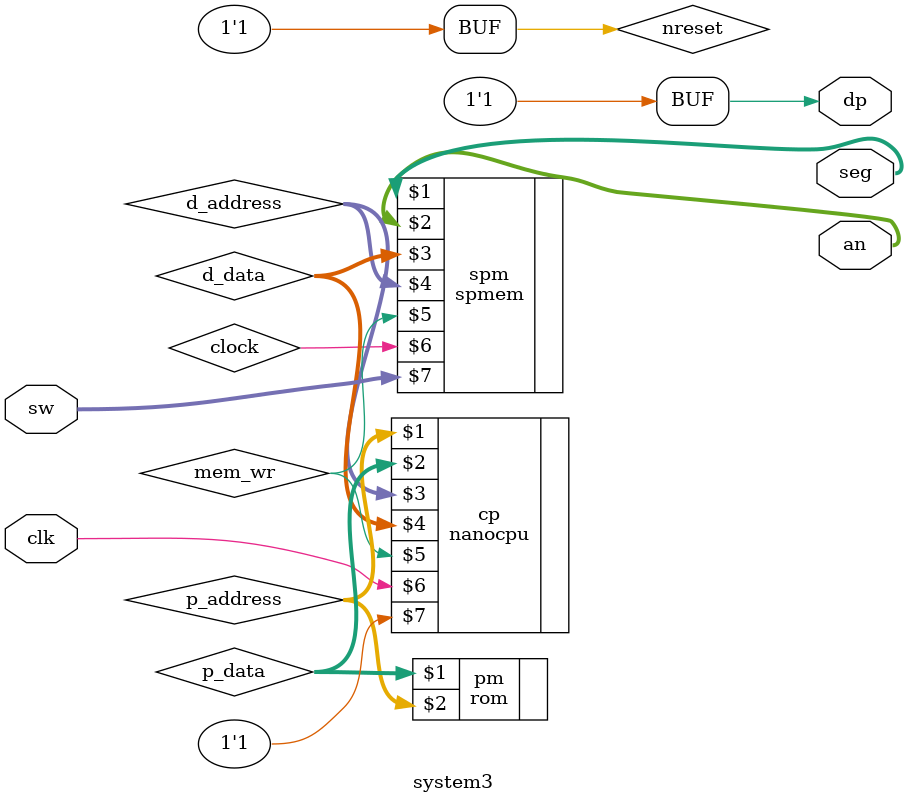
<source format=v>
`timescale 1ns / 1ps


module system3(
    output [6:0]seg,
    output [3:0]an,
    output dp,
    input [11:0] sw,
    input clk
    );
    
assign dp = 1;
    
wire 	[15:0]	p_address;
wire 	[31:0]	p_data;
wire	[15:0]	d_address;
wire		mem_wr;
wire	[31:0]	d_data;
reg		clock;
reg		nreset = 1;
nanocpu	cp(p_address,p_data,d_address,d_data,mem_wr,clk,nreset);
rom 	pm(p_data,p_address[15:0]);
spmem 	spm(seg,an,d_data,d_address[15:0],mem_wr,clock,sw);

endmodule

</source>
